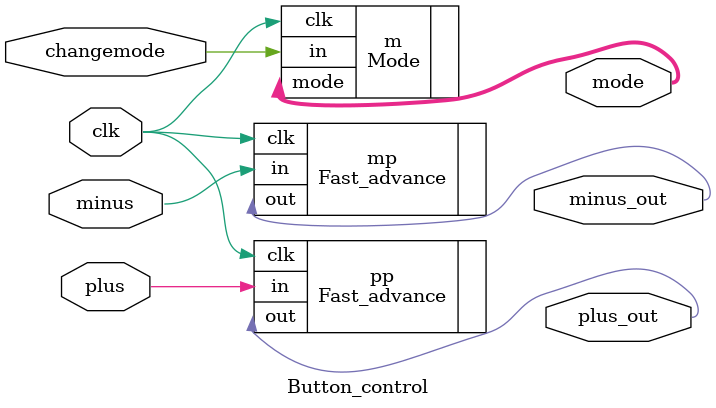
<source format=v>
module Button_control(input clk, plus, minus, changemode, output plus_out, minus_out, output [1:0]mode);

	Fast_advance #(.LONG(10_000_000))
		pp(.clk(clk), .in(plus), .out(plus_out));
		
	Fast_advance #(.LONG(10_000_000))
		mp(.clk(clk), .in(minus), .out(minus_out));
		
	Mode 
		m(.clk(clk), .in(changemode), .mode(mode));
		
endmodule

</source>
